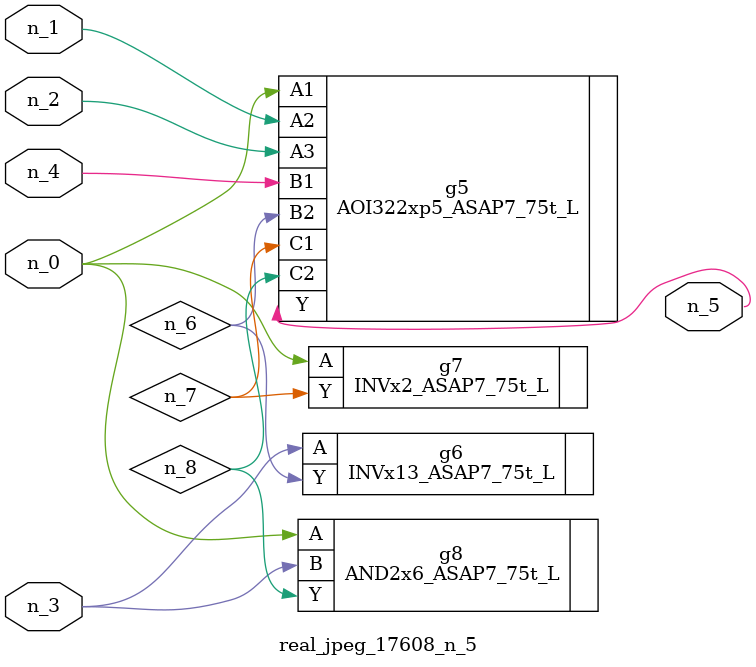
<source format=v>
module real_jpeg_17608_n_5 (n_4, n_0, n_1, n_2, n_3, n_5);

input n_4;
input n_0;
input n_1;
input n_2;
input n_3;

output n_5;

wire n_8;
wire n_6;
wire n_7;

AOI322xp5_ASAP7_75t_L g5 ( 
.A1(n_0),
.A2(n_1),
.A3(n_2),
.B1(n_4),
.B2(n_6),
.C1(n_7),
.C2(n_8),
.Y(n_5)
);

INVx2_ASAP7_75t_L g7 ( 
.A(n_0),
.Y(n_7)
);

AND2x6_ASAP7_75t_L g8 ( 
.A(n_0),
.B(n_3),
.Y(n_8)
);

INVx13_ASAP7_75t_L g6 ( 
.A(n_3),
.Y(n_6)
);


endmodule
</source>
